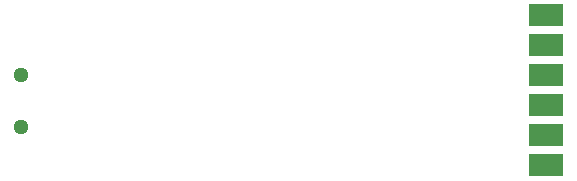
<source format=gbs>
G04 #@! TF.FileFunction,Soldermask,Bot*
%FSLAX46Y46*%
G04 Gerber Fmt 4.6, Leading zero omitted, Abs format (unit mm)*
G04 Created by KiCad (PCBNEW 4.0.0-rc1-stable) date 12/2/2015 9:18:31 PM*
%MOMM*%
G01*
G04 APERTURE LIST*
%ADD10C,0.100000*%
%ADD11C,1.299160*%
%ADD12R,2.940000X1.924000*%
G04 APERTURE END LIST*
D10*
D11*
X131950460Y-87271860D03*
X131950460Y-91671140D03*
D12*
X176377600Y-82255360D03*
X176377600Y-84795360D03*
X176377600Y-87335360D03*
X176377600Y-89875360D03*
X176377600Y-92415360D03*
X176377600Y-94955360D03*
M02*

</source>
